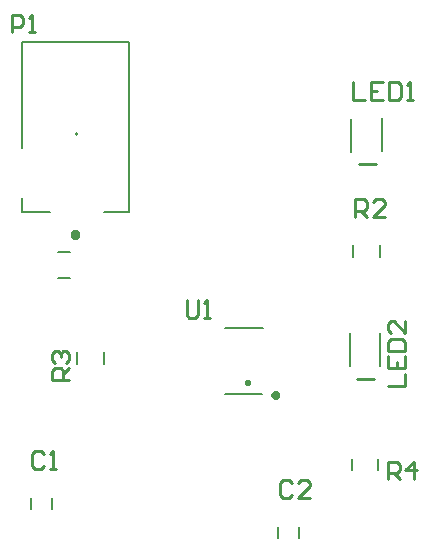
<source format=gto>
%FSTAX23Y23*%
%MOIN*%
%SFA1B1*%

%IPPOS*%
%ADD10C,0.020000*%
%ADD11C,0.011811*%
%ADD12C,0.015748*%
%ADD13C,0.007874*%
%ADD14C,0.005000*%
%ADD15C,0.010000*%
%ADD16C,0.006000*%
%LNpcb_1-1*%
%LPD*%
G54D10*
X00947Y0079D02*
D01*
X00947Y0079*
X00947Y0079*
X00947Y00791*
X00947Y00791*
X00946Y00791*
X00946Y00792*
X00946Y00792*
X00946Y00792*
X00946Y00792*
X00946Y00793*
X00945Y00793*
X00945Y00793*
X00945Y00793*
X00945Y00794*
X00944Y00794*
X00944Y00794*
X00944Y00794*
X00943Y00794*
X00943Y00794*
X00943Y00794*
X00942Y00794*
X00942Y00794*
X00942*
X00941Y00794*
X00941Y00794*
X00941Y00794*
X0094Y00794*
X0094Y00794*
X0094Y00794*
X00939Y00794*
X00939Y00794*
X00939Y00793*
X00938Y00793*
X00938Y00793*
X00938Y00793*
X00938Y00792*
X00938Y00792*
X00937Y00792*
X00937Y00792*
X00937Y00791*
X00937Y00791*
X00937Y00791*
X00937Y0079*
X00937Y0079*
X00937Y0079*
X00937Y00789*
X00937Y00789*
X00937Y00788*
X00937Y00788*
X00937Y00788*
X00937Y00787*
X00937Y00787*
X00938Y00787*
X00938Y00787*
X00938Y00786*
X00938Y00786*
X00938Y00786*
X00939Y00786*
X00939Y00785*
X00939Y00785*
X0094Y00785*
X0094Y00785*
X0094Y00785*
X00941Y00785*
X00941Y00785*
X00941Y00785*
X00942Y00785*
X00942*
X00942Y00785*
X00943Y00785*
X00943Y00785*
X00943Y00785*
X00944Y00785*
X00944Y00785*
X00944Y00785*
X00945Y00785*
X00945Y00786*
X00945Y00786*
X00945Y00786*
X00946Y00786*
X00946Y00787*
X00946Y00787*
X00946Y00787*
X00946Y00787*
X00946Y00788*
X00947Y00788*
X00947Y00788*
X00947Y00789*
X00947Y00789*
X00947Y0079*
G54D11*
X00854Y00832D02*
D01*
X00854Y00832*
X00854Y00832*
X00854Y00832*
X00854Y00833*
X00854Y00833*
X00854Y00833*
X00854Y00833*
X00854Y00834*
X00854Y00834*
X00854Y00834*
X00853Y00834*
X00853Y00834*
X00853Y00835*
X00853Y00835*
X00852Y00835*
X00852Y00835*
X00852Y00835*
X00852Y00835*
X00851Y00835*
X00851Y00835*
X00851Y00835*
X00851Y00835*
X0085*
X0085Y00835*
X0085Y00835*
X0085Y00835*
X00849Y00835*
X00849Y00835*
X00849Y00835*
X00849Y00835*
X00848Y00835*
X00848Y00835*
X00848Y00834*
X00848Y00834*
X00847Y00834*
X00847Y00834*
X00847Y00834*
X00847Y00833*
X00847Y00833*
X00847Y00833*
X00847Y00833*
X00847Y00832*
X00847Y00832*
X00847Y00832*
X00847Y00832*
X00847Y00831*
X00847Y00831*
X00847Y00831*
X00847Y0083*
X00847Y0083*
X00847Y0083*
X00847Y0083*
X00847Y00829*
X00847Y00829*
X00847Y00829*
X00848Y00829*
X00848Y00829*
X00848Y00828*
X00848Y00828*
X00849Y00828*
X00849Y00828*
X00849Y00828*
X00849Y00828*
X0085Y00828*
X0085Y00828*
X0085Y00828*
X0085Y00828*
X00851*
X00851Y00828*
X00851Y00828*
X00851Y00828*
X00852Y00828*
X00852Y00828*
X00852Y00828*
X00852Y00828*
X00853Y00828*
X00853Y00828*
X00853Y00829*
X00853Y00829*
X00854Y00829*
X00854Y00829*
X00854Y00829*
X00854Y0083*
X00854Y0083*
X00854Y0083*
X00854Y0083*
X00854Y00831*
X00854Y00831*
X00854Y00831*
X00854Y00832*
G54D12*
X00281Y01326D02*
D01*
X00281Y01327*
X00281Y01327*
X00281Y01328*
X00281Y01328*
X00281Y01329*
X00281Y01329*
X0028Y0133*
X0028Y0133*
X0028Y01331*
X0028Y01331*
X00279Y01332*
X00279Y01332*
X00278Y01332*
X00278Y01333*
X00277Y01333*
X00277Y01333*
X00276Y01334*
X00276Y01334*
X00275Y01334*
X00275Y01334*
X00274Y01334*
X00274Y01334*
X00273*
X00273Y01334*
X00272Y01334*
X00272Y01334*
X00271Y01334*
X00271Y01334*
X0027Y01333*
X0027Y01333*
X00269Y01333*
X00269Y01332*
X00268Y01332*
X00268Y01332*
X00267Y01331*
X00267Y01331*
X00267Y0133*
X00267Y0133*
X00266Y01329*
X00266Y01329*
X00266Y01328*
X00266Y01328*
X00266Y01327*
X00266Y01327*
X00266Y01326*
X00266Y01326*
X00266Y01325*
X00266Y01325*
X00266Y01324*
X00266Y01324*
X00266Y01323*
X00267Y01323*
X00267Y01322*
X00267Y01322*
X00267Y01321*
X00268Y01321*
X00268Y0132*
X00269Y0132*
X00269Y0132*
X0027Y01319*
X0027Y01319*
X00271Y01319*
X00271Y01319*
X00272Y01319*
X00272Y01319*
X00273Y01318*
X00273Y01318*
X00274*
X00274Y01318*
X00275Y01319*
X00275Y01319*
X00276Y01319*
X00276Y01319*
X00277Y01319*
X00277Y01319*
X00278Y0132*
X00278Y0132*
X00279Y0132*
X00279Y01321*
X0028Y01321*
X0028Y01322*
X0028Y01322*
X0028Y01323*
X00281Y01323*
X00281Y01324*
X00281Y01324*
X00281Y01325*
X00281Y01325*
X00281Y01326*
X00281Y01326*
G54D13*
X00772Y00796D02*
X00897D01*
X00772Y01014D02*
X00898D01*
G54D14*
X00097Y01614D02*
Y01967D01*
X0037Y014D02*
X00452D01*
Y01967*
X00097D02*
X00452D01*
X00097Y014D02*
X00188D01*
X00097D02*
Y01447D01*
G54D15*
X00275Y01663D02*
Y01664D01*
X01214Y00846D02*
X0127D01*
X01219Y01561D02*
X01275D01*
X00645Y01107D02*
Y01057D01*
X00654Y01048*
X00674*
X00684Y01057*
Y01107*
X00704Y01048D02*
X00724D01*
X00714*
Y01107*
X00704Y01097*
X00062Y02D02*
Y02059D01*
X00091*
X00101Y02049*
Y02029*
X00091Y02019*
X00062*
X00121Y02D02*
X00141D01*
X00131*
Y02059*
X00121Y02049*
X00254Y0084D02*
X00195D01*
Y0087*
X00205Y0088*
X00225*
X00234Y0087*
Y0084*
Y0086D02*
X00254Y0088D01*
X00205Y00899D02*
X00195Y00909D01*
Y00929*
X00205Y00939*
X00215*
X00225Y00929*
Y00919*
Y00929*
X00234Y00939*
X00244*
X00254Y00929*
Y00909*
X00244Y00899*
X00169Y00594D02*
X00159Y00604D01*
X00139*
X0013Y00594*
Y00554*
X00139Y00545*
X00159*
X00169Y00554*
X00189Y00545D02*
X00209D01*
X00199*
Y00604*
X00189Y00594*
X01315Y0082D02*
X01374D01*
Y0086*
X01315Y0092D02*
Y0088D01*
X01374*
Y0092*
X01345Y0088D02*
Y009D01*
X01315Y00939D02*
X01374D01*
Y00969*
X01364Y00979*
X01325*
X01315Y00969*
Y00939*
X01374Y01039D02*
Y00999D01*
X01335Y01039*
X01325*
X01315Y01029*
Y01009*
X01325Y00999*
X01315Y0051D02*
Y00569D01*
X01345*
X01355Y00559*
Y0054*
X01345Y0053*
X01315*
X01335D02*
X01355Y0051D01*
X01404D02*
Y00569D01*
X01374Y0054*
X01414*
X01201Y01834D02*
Y01775D01*
X0124*
X013Y01834D02*
X0126D01*
Y01775*
X013*
X0126Y01804D02*
X0128D01*
X0132Y01834D02*
Y01775D01*
X0135*
X0136Y01784*
Y01824*
X0135Y01834*
X0132*
X0138Y01775D02*
X014D01*
X0139*
Y01834*
X0138Y01824*
X01207Y01386D02*
Y01445D01*
X01236*
X01246Y01435*
Y01415*
X01236Y01405*
X01207*
X01226D02*
X01246Y01386D01*
X01306D02*
X01266D01*
X01306Y01425*
Y01435*
X01296Y01445*
X01276*
X01266Y01435*
X00995Y00498D02*
X00985Y00508D01*
X00965*
X00956Y00498*
Y00458*
X00965Y00449*
X00985*
X00995Y00458*
X01055Y00449D02*
X01015D01*
X01055Y00488*
Y00498*
X01045Y00508*
X01025*
X01015Y00498*
G54D16*
X0028Y00896D02*
Y00934D01*
X00369Y00896D02*
Y00934D01*
X00195Y00411D02*
Y00449D01*
X00125Y00411D02*
Y00449D01*
X01291Y00889D02*
Y00999D01*
X01188Y00888D02*
Y00998D01*
X01195Y00541D02*
Y00579D01*
X01284Y00541D02*
Y00579D01*
X01296Y01604D02*
Y01714D01*
X01193Y01603D02*
Y01713D01*
X012Y01252D02*
Y0129D01*
X01289Y01252D02*
Y0129D01*
X00217Y01269D02*
X00255D01*
X00217Y0118D02*
X00255D01*
X0102Y00315D02*
Y00353D01*
X0095Y00315D02*
Y00353D01*
M02*
</source>
